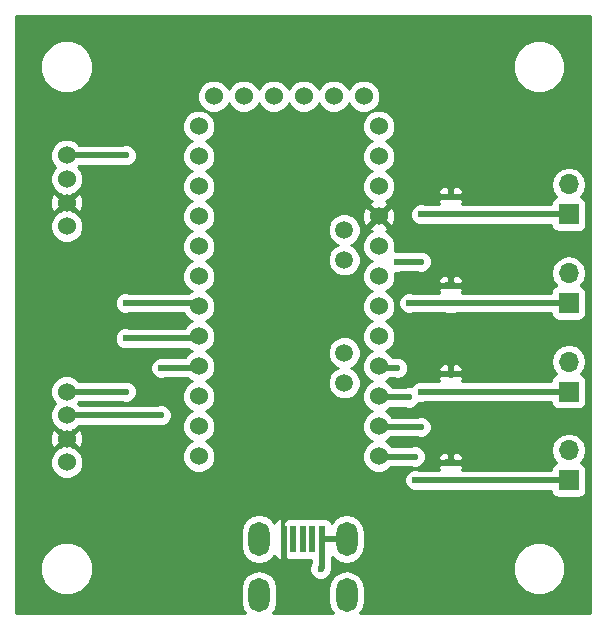
<source format=gtl>
G04 #@! TF.FileFunction,Copper,L1,Top,Signal*
%FSLAX46Y46*%
G04 Gerber Fmt 4.6, Leading zero omitted, Abs format (unit mm)*
G04 Created by KiCad (PCBNEW 4.0.7) date 12/17/17 19:04:04*
%MOMM*%
%LPD*%
G01*
G04 APERTURE LIST*
%ADD10C,0.100000*%
%ADD11C,1.524000*%
%ADD12R,1.700000X1.700000*%
%ADD13O,1.700000X1.700000*%
%ADD14R,0.900000X0.500000*%
%ADD15R,0.500000X2.300000*%
%ADD16O,1.800000X2.900000*%
%ADD17C,1.500000*%
%ADD18C,0.600000*%
%ADD19C,0.500000*%
%ADD20C,0.254000*%
G04 APERTURE END LIST*
D10*
D11*
X55000000Y-62500000D03*
X55000000Y-64500000D03*
X55000000Y-66500000D03*
X55000000Y-68500000D03*
X55000000Y-82500000D03*
X55000000Y-84500000D03*
X55000000Y-86500000D03*
X55000000Y-88500000D03*
D12*
X97500000Y-67500000D03*
D13*
X97500000Y-64960000D03*
D12*
X97500000Y-75000000D03*
D13*
X97500000Y-72460000D03*
D12*
X97500000Y-82500000D03*
D13*
X97500000Y-79960000D03*
D12*
X97500000Y-90000000D03*
D13*
X97500000Y-87460000D03*
D14*
X87500000Y-67500000D03*
X87500000Y-66000000D03*
X87500000Y-75000000D03*
X87500000Y-73500000D03*
X87500000Y-82500000D03*
X87500000Y-81000000D03*
X87500000Y-90000000D03*
X87500000Y-88500000D03*
D15*
X73400000Y-95000000D03*
X74200000Y-95000000D03*
X75000000Y-95000000D03*
X75800000Y-95000000D03*
X76600000Y-95000000D03*
D16*
X71300000Y-95000000D03*
X78700000Y-95000000D03*
X78700000Y-99750000D03*
X71300000Y-99750000D03*
D11*
X67460000Y-57500000D03*
X70000000Y-57500000D03*
X72540000Y-57500000D03*
X75080000Y-57500000D03*
X77620000Y-57500000D03*
X80160000Y-57500000D03*
X66190000Y-60040000D03*
X66190000Y-62580000D03*
X66190000Y-65120000D03*
X66190000Y-67660000D03*
X66190000Y-70200000D03*
X66190000Y-72740000D03*
X66190000Y-75280000D03*
X66190000Y-77820000D03*
X66190000Y-80360000D03*
X66190000Y-82900000D03*
X66190000Y-85440000D03*
X66190000Y-87980000D03*
X81430000Y-60040000D03*
X81430000Y-62580000D03*
X81430000Y-65120000D03*
X81430000Y-67660000D03*
X81430000Y-70200000D03*
X81430000Y-72740000D03*
X81430000Y-75280000D03*
X81430000Y-77820000D03*
X81430000Y-80360000D03*
X81430000Y-82900000D03*
X81430000Y-85440000D03*
X81430000Y-87980000D03*
D17*
X78509000Y-68803000D03*
X78509000Y-71343000D03*
X78509000Y-79217000D03*
X78509000Y-81757000D03*
D18*
X60000000Y-75000000D03*
X60000000Y-62500000D03*
X73500000Y-97500000D03*
X76500000Y-97500000D03*
X60000000Y-78000000D03*
X60000000Y-82500000D03*
X63000000Y-80500000D03*
X63000000Y-84500000D03*
X83000000Y-80500000D03*
X83000000Y-71500000D03*
X85000000Y-71500000D03*
X85000000Y-67500000D03*
X84000000Y-83000000D03*
X84000000Y-75000000D03*
X85000000Y-85500000D03*
X85000000Y-82500000D03*
X84500000Y-88000000D03*
X84500000Y-90000000D03*
D19*
X60000000Y-75000000D02*
X65910000Y-75000000D01*
X65910000Y-75000000D02*
X66190000Y-75280000D01*
X55000000Y-62500000D02*
X60000000Y-62500000D01*
X73400000Y-95000000D02*
X73400000Y-97400000D01*
X73400000Y-97400000D02*
X73500000Y-97500000D01*
X76600000Y-95000000D02*
X78700000Y-95000000D01*
X76600000Y-95000000D02*
X76600000Y-97400000D01*
X76600000Y-97400000D02*
X76500000Y-97500000D01*
X60000000Y-78000000D02*
X66010000Y-78000000D01*
X66010000Y-78000000D02*
X66190000Y-77820000D01*
X55000000Y-82500000D02*
X60000000Y-82500000D01*
X63000000Y-80500000D02*
X66050000Y-80500000D01*
X66050000Y-80500000D02*
X66190000Y-80360000D01*
X55000000Y-84500000D02*
X63000000Y-84500000D01*
X83000000Y-80500000D02*
X81570000Y-80500000D01*
X81570000Y-80500000D02*
X81430000Y-80360000D01*
X85000000Y-71500000D02*
X83000000Y-71500000D01*
X87500000Y-67500000D02*
X85000000Y-67500000D01*
X97500000Y-67500000D02*
X87500000Y-67500000D01*
X84000000Y-83000000D02*
X81530000Y-83000000D01*
X81530000Y-83000000D02*
X81430000Y-82900000D01*
X87500000Y-75000000D02*
X84000000Y-75000000D01*
X97500000Y-75000000D02*
X87500000Y-75000000D01*
X85000000Y-85500000D02*
X81490000Y-85500000D01*
X81490000Y-85500000D02*
X81430000Y-85440000D01*
X87500000Y-82500000D02*
X85000000Y-82500000D01*
X97500000Y-82500000D02*
X87500000Y-82500000D01*
X84500000Y-88000000D02*
X81450000Y-88000000D01*
X81450000Y-88000000D02*
X81430000Y-87980000D01*
X87500000Y-90000000D02*
X84500000Y-90000000D01*
X97500000Y-90000000D02*
X87500000Y-90000000D01*
D20*
G36*
X99290000Y-101290000D02*
X79876453Y-101290000D01*
X80118155Y-100928267D01*
X80235000Y-100340848D01*
X80235000Y-99159152D01*
X80118155Y-98571733D01*
X79785409Y-98073743D01*
X79589168Y-97942619D01*
X92764613Y-97942619D01*
X93104155Y-98764372D01*
X93732321Y-99393636D01*
X94553481Y-99734611D01*
X95442619Y-99735387D01*
X96264372Y-99395845D01*
X96893636Y-98767679D01*
X97234611Y-97946519D01*
X97235387Y-97057381D01*
X96895845Y-96235628D01*
X96267679Y-95606364D01*
X95446519Y-95265389D01*
X94557381Y-95264613D01*
X93735628Y-95604155D01*
X93106364Y-96232321D01*
X92765389Y-97053481D01*
X92764613Y-97942619D01*
X79589168Y-97942619D01*
X79287419Y-97740997D01*
X78700000Y-97624152D01*
X78112581Y-97740997D01*
X77614591Y-98073743D01*
X77281845Y-98571733D01*
X77165000Y-99159152D01*
X77165000Y-100340848D01*
X77281845Y-100928267D01*
X77523547Y-101290000D01*
X72476453Y-101290000D01*
X72718155Y-100928267D01*
X72835000Y-100340848D01*
X72835000Y-99159152D01*
X72718155Y-98571733D01*
X72385409Y-98073743D01*
X71887419Y-97740997D01*
X71300000Y-97624152D01*
X70712581Y-97740997D01*
X70214591Y-98073743D01*
X69881845Y-98571733D01*
X69765000Y-99159152D01*
X69765000Y-100340848D01*
X69881845Y-100928267D01*
X70123547Y-101290000D01*
X50710000Y-101290000D01*
X50710000Y-97942619D01*
X52764613Y-97942619D01*
X53104155Y-98764372D01*
X53732321Y-99393636D01*
X54553481Y-99734611D01*
X55442619Y-99735387D01*
X56264372Y-99395845D01*
X56893636Y-98767679D01*
X57234611Y-97946519D01*
X57235387Y-97057381D01*
X56895845Y-96235628D01*
X56267679Y-95606364D01*
X55446519Y-95265389D01*
X54557381Y-95264613D01*
X53735628Y-95604155D01*
X53106364Y-96232321D01*
X52765389Y-97053481D01*
X52764613Y-97942619D01*
X50710000Y-97942619D01*
X50710000Y-94409152D01*
X69765000Y-94409152D01*
X69765000Y-95590848D01*
X69881845Y-96178267D01*
X70214591Y-96676257D01*
X70712581Y-97009003D01*
X71300000Y-97125848D01*
X71887419Y-97009003D01*
X72385409Y-96676257D01*
X72567674Y-96403477D01*
X72611673Y-96509699D01*
X72790302Y-96688327D01*
X73023691Y-96785000D01*
X73116250Y-96785000D01*
X73275000Y-96626250D01*
X73275000Y-95127000D01*
X73253000Y-95127000D01*
X73253000Y-94873000D01*
X73275000Y-94873000D01*
X73275000Y-93850000D01*
X73302560Y-93850000D01*
X73302560Y-96150000D01*
X73346838Y-96385317D01*
X73485910Y-96601441D01*
X73530999Y-96632249D01*
X73683750Y-96785000D01*
X73776309Y-96785000D01*
X73813171Y-96769731D01*
X73950000Y-96797440D01*
X74450000Y-96797440D01*
X74605507Y-96768179D01*
X74750000Y-96797440D01*
X75250000Y-96797440D01*
X75405507Y-96768179D01*
X75550000Y-96797440D01*
X75715000Y-96797440D01*
X75715000Y-96962494D01*
X75707808Y-96969673D01*
X75565162Y-97313201D01*
X75564838Y-97685167D01*
X75706883Y-98028943D01*
X75969673Y-98292192D01*
X76313201Y-98434838D01*
X76685167Y-98435162D01*
X77028943Y-98293117D01*
X77292192Y-98030327D01*
X77406179Y-97755817D01*
X77417633Y-97738675D01*
X77421620Y-97718632D01*
X77434838Y-97686799D01*
X77434868Y-97652028D01*
X77485000Y-97400000D01*
X77485000Y-96482310D01*
X77614591Y-96676257D01*
X78112581Y-97009003D01*
X78700000Y-97125848D01*
X79287419Y-97009003D01*
X79785409Y-96676257D01*
X80118155Y-96178267D01*
X80235000Y-95590848D01*
X80235000Y-94409152D01*
X80118155Y-93821733D01*
X79785409Y-93323743D01*
X79287419Y-92990997D01*
X78700000Y-92874152D01*
X78112581Y-92990997D01*
X77614591Y-93323743D01*
X77436987Y-93589546D01*
X77314090Y-93398559D01*
X77101890Y-93253569D01*
X76850000Y-93202560D01*
X76350000Y-93202560D01*
X76194493Y-93231821D01*
X76050000Y-93202560D01*
X75550000Y-93202560D01*
X75394493Y-93231821D01*
X75250000Y-93202560D01*
X74750000Y-93202560D01*
X74594493Y-93231821D01*
X74450000Y-93202560D01*
X73950000Y-93202560D01*
X73809913Y-93228919D01*
X73776309Y-93215000D01*
X73683750Y-93215000D01*
X73538616Y-93360134D01*
X73498559Y-93385910D01*
X73353569Y-93598110D01*
X73302560Y-93850000D01*
X73275000Y-93850000D01*
X73275000Y-93373750D01*
X73116250Y-93215000D01*
X73023691Y-93215000D01*
X72790302Y-93311673D01*
X72611673Y-93490301D01*
X72567674Y-93596523D01*
X72385409Y-93323743D01*
X71887419Y-92990997D01*
X71300000Y-92874152D01*
X70712581Y-92990997D01*
X70214591Y-93323743D01*
X69881845Y-93821733D01*
X69765000Y-94409152D01*
X50710000Y-94409152D01*
X50710000Y-90185167D01*
X83564838Y-90185167D01*
X83706883Y-90528943D01*
X83969673Y-90792192D01*
X84313201Y-90934838D01*
X84685167Y-90935162D01*
X84806569Y-90885000D01*
X86988569Y-90885000D01*
X87050000Y-90897440D01*
X87950000Y-90897440D01*
X88016113Y-90885000D01*
X96009146Y-90885000D01*
X96046838Y-91085317D01*
X96185910Y-91301441D01*
X96398110Y-91446431D01*
X96650000Y-91497440D01*
X98350000Y-91497440D01*
X98585317Y-91453162D01*
X98801441Y-91314090D01*
X98946431Y-91101890D01*
X98997440Y-90850000D01*
X98997440Y-89150000D01*
X98953162Y-88914683D01*
X98814090Y-88698559D01*
X98601890Y-88553569D01*
X98534459Y-88539914D01*
X98579147Y-88510054D01*
X98901054Y-88028285D01*
X99014093Y-87460000D01*
X98901054Y-86891715D01*
X98579147Y-86409946D01*
X98097378Y-86088039D01*
X97529093Y-85975000D01*
X97470907Y-85975000D01*
X96902622Y-86088039D01*
X96420853Y-86409946D01*
X96098946Y-86891715D01*
X95985907Y-87460000D01*
X96098946Y-88028285D01*
X96420853Y-88510054D01*
X96462452Y-88537850D01*
X96414683Y-88546838D01*
X96198559Y-88685910D01*
X96053569Y-88898110D01*
X96009648Y-89115000D01*
X88483025Y-89115000D01*
X88488327Y-89109698D01*
X88585000Y-88876309D01*
X88585000Y-88783750D01*
X88426250Y-88625000D01*
X87627000Y-88625000D01*
X87627000Y-88647000D01*
X87373000Y-88647000D01*
X87373000Y-88625000D01*
X86573750Y-88625000D01*
X86415000Y-88783750D01*
X86415000Y-88876309D01*
X86511673Y-89109698D01*
X86516975Y-89115000D01*
X84806822Y-89115000D01*
X84686799Y-89065162D01*
X84314833Y-89064838D01*
X83971057Y-89206883D01*
X83707808Y-89469673D01*
X83565162Y-89813201D01*
X83564838Y-90185167D01*
X50710000Y-90185167D01*
X50710000Y-88776661D01*
X53602758Y-88776661D01*
X53814990Y-89290303D01*
X54207630Y-89683629D01*
X54720900Y-89896757D01*
X55276661Y-89897242D01*
X55790303Y-89685010D01*
X56183629Y-89292370D01*
X56396757Y-88779100D01*
X56397242Y-88223339D01*
X56185010Y-87709697D01*
X55792370Y-87316371D01*
X55526273Y-87205878D01*
X55000000Y-86679605D01*
X54473698Y-87205907D01*
X54209697Y-87314990D01*
X53816371Y-87707630D01*
X53603243Y-88220900D01*
X53602758Y-88776661D01*
X50710000Y-88776661D01*
X50710000Y-86292302D01*
X53590856Y-86292302D01*
X53618638Y-86847368D01*
X53777603Y-87231143D01*
X54019787Y-87300608D01*
X54820395Y-86500000D01*
X55179605Y-86500000D01*
X55980213Y-87300608D01*
X56222397Y-87231143D01*
X56409144Y-86707698D01*
X56381362Y-86152632D01*
X56222397Y-85768857D01*
X55980213Y-85699392D01*
X55179605Y-86500000D01*
X54820395Y-86500000D01*
X54019787Y-85699392D01*
X53777603Y-85768857D01*
X53590856Y-86292302D01*
X50710000Y-86292302D01*
X50710000Y-82776661D01*
X53602758Y-82776661D01*
X53814990Y-83290303D01*
X54024342Y-83500021D01*
X53816371Y-83707630D01*
X53603243Y-84220900D01*
X53602758Y-84776661D01*
X53814990Y-85290303D01*
X54207630Y-85683629D01*
X54473727Y-85794122D01*
X55000000Y-86320395D01*
X55526302Y-85794093D01*
X55790303Y-85685010D01*
X56090837Y-85385000D01*
X62693178Y-85385000D01*
X62813201Y-85434838D01*
X63185167Y-85435162D01*
X63528943Y-85293117D01*
X63792192Y-85030327D01*
X63934838Y-84686799D01*
X63935162Y-84314833D01*
X63793117Y-83971057D01*
X63530327Y-83707808D01*
X63186799Y-83565162D01*
X62814833Y-83564838D01*
X62693431Y-83615000D01*
X56090478Y-83615000D01*
X55975658Y-83499979D01*
X56090837Y-83385000D01*
X59693178Y-83385000D01*
X59813201Y-83434838D01*
X60185167Y-83435162D01*
X60528943Y-83293117D01*
X60792192Y-83030327D01*
X60934838Y-82686799D01*
X60935162Y-82314833D01*
X60793117Y-81971057D01*
X60530327Y-81707808D01*
X60186799Y-81565162D01*
X59814833Y-81564838D01*
X59693431Y-81615000D01*
X56090478Y-81615000D01*
X55792370Y-81316371D01*
X55279100Y-81103243D01*
X54723339Y-81102758D01*
X54209697Y-81314990D01*
X53816371Y-81707630D01*
X53603243Y-82220900D01*
X53602758Y-82776661D01*
X50710000Y-82776661D01*
X50710000Y-75185167D01*
X59064838Y-75185167D01*
X59206883Y-75528943D01*
X59469673Y-75792192D01*
X59813201Y-75934838D01*
X60185167Y-75935162D01*
X60306569Y-75885000D01*
X64928425Y-75885000D01*
X65004990Y-76070303D01*
X65397630Y-76463629D01*
X65605512Y-76549949D01*
X65399697Y-76634990D01*
X65006371Y-77027630D01*
X64970092Y-77115000D01*
X60306822Y-77115000D01*
X60186799Y-77065162D01*
X59814833Y-77064838D01*
X59471057Y-77206883D01*
X59207808Y-77469673D01*
X59065162Y-77813201D01*
X59064838Y-78185167D01*
X59206883Y-78528943D01*
X59469673Y-78792192D01*
X59813201Y-78934838D01*
X60185167Y-78935162D01*
X60306569Y-78885000D01*
X65279208Y-78885000D01*
X65397630Y-79003629D01*
X65605512Y-79089949D01*
X65399697Y-79174990D01*
X65006371Y-79567630D01*
X64986701Y-79615000D01*
X63306822Y-79615000D01*
X63186799Y-79565162D01*
X62814833Y-79564838D01*
X62471057Y-79706883D01*
X62207808Y-79969673D01*
X62065162Y-80313201D01*
X62064838Y-80685167D01*
X62206883Y-81028943D01*
X62469673Y-81292192D01*
X62813201Y-81434838D01*
X63185167Y-81435162D01*
X63306569Y-81385000D01*
X65239278Y-81385000D01*
X65397630Y-81543629D01*
X65605512Y-81629949D01*
X65399697Y-81714990D01*
X65006371Y-82107630D01*
X64793243Y-82620900D01*
X64792758Y-83176661D01*
X65004990Y-83690303D01*
X65397630Y-84083629D01*
X65605512Y-84169949D01*
X65399697Y-84254990D01*
X65006371Y-84647630D01*
X64793243Y-85160900D01*
X64792758Y-85716661D01*
X65004990Y-86230303D01*
X65397630Y-86623629D01*
X65605512Y-86709949D01*
X65399697Y-86794990D01*
X65006371Y-87187630D01*
X64793243Y-87700900D01*
X64792758Y-88256661D01*
X65004990Y-88770303D01*
X65397630Y-89163629D01*
X65910900Y-89376757D01*
X66466661Y-89377242D01*
X66980303Y-89165010D01*
X67373629Y-88772370D01*
X67586757Y-88259100D01*
X67587242Y-87703339D01*
X67375010Y-87189697D01*
X66982370Y-86796371D01*
X66774488Y-86710051D01*
X66980303Y-86625010D01*
X67373629Y-86232370D01*
X67586757Y-85719100D01*
X67587242Y-85163339D01*
X67375010Y-84649697D01*
X66982370Y-84256371D01*
X66774488Y-84170051D01*
X66980303Y-84085010D01*
X67373629Y-83692370D01*
X67586757Y-83179100D01*
X67587242Y-82623339D01*
X67375010Y-82109697D01*
X66982370Y-81716371D01*
X66774488Y-81630051D01*
X66980303Y-81545010D01*
X67373629Y-81152370D01*
X67586757Y-80639100D01*
X67587242Y-80083339D01*
X67375010Y-79569697D01*
X67296735Y-79491285D01*
X77123760Y-79491285D01*
X77334169Y-80000515D01*
X77723436Y-80390461D01*
X77955870Y-80486976D01*
X77725485Y-80582169D01*
X77335539Y-80971436D01*
X77124241Y-81480298D01*
X77123760Y-82031285D01*
X77334169Y-82540515D01*
X77723436Y-82930461D01*
X78232298Y-83141759D01*
X78783285Y-83142240D01*
X79292515Y-82931831D01*
X79682461Y-82542564D01*
X79893759Y-82033702D01*
X79894240Y-81482715D01*
X79683831Y-80973485D01*
X79294564Y-80583539D01*
X79062130Y-80487024D01*
X79292515Y-80391831D01*
X79682461Y-80002564D01*
X79893759Y-79493702D01*
X79894240Y-78942715D01*
X79683831Y-78433485D01*
X79294564Y-78043539D01*
X78785702Y-77832241D01*
X78234715Y-77831760D01*
X77725485Y-78042169D01*
X77335539Y-78431436D01*
X77124241Y-78940298D01*
X77123760Y-79491285D01*
X67296735Y-79491285D01*
X66982370Y-79176371D01*
X66774488Y-79090051D01*
X66980303Y-79005010D01*
X67373629Y-78612370D01*
X67586757Y-78099100D01*
X67587242Y-77543339D01*
X67375010Y-77029697D01*
X66982370Y-76636371D01*
X66774488Y-76550051D01*
X66980303Y-76465010D01*
X67373629Y-76072370D01*
X67586757Y-75559100D01*
X67587242Y-75003339D01*
X67375010Y-74489697D01*
X66982370Y-74096371D01*
X66774488Y-74010051D01*
X66980303Y-73925010D01*
X67373629Y-73532370D01*
X67586757Y-73019100D01*
X67587242Y-72463339D01*
X67375010Y-71949697D01*
X66982370Y-71556371D01*
X66774488Y-71470051D01*
X66980303Y-71385010D01*
X67373629Y-70992370D01*
X67586757Y-70479100D01*
X67587242Y-69923339D01*
X67375010Y-69409697D01*
X67043178Y-69077285D01*
X77123760Y-69077285D01*
X77334169Y-69586515D01*
X77723436Y-69976461D01*
X77955870Y-70072976D01*
X77725485Y-70168169D01*
X77335539Y-70557436D01*
X77124241Y-71066298D01*
X77123760Y-71617285D01*
X77334169Y-72126515D01*
X77723436Y-72516461D01*
X78232298Y-72727759D01*
X78783285Y-72728240D01*
X79292515Y-72517831D01*
X79682461Y-72128564D01*
X79893759Y-71619702D01*
X79894240Y-71068715D01*
X79683831Y-70559485D01*
X79601152Y-70476661D01*
X80032758Y-70476661D01*
X80244990Y-70990303D01*
X80637630Y-71383629D01*
X80845512Y-71469949D01*
X80639697Y-71554990D01*
X80246371Y-71947630D01*
X80033243Y-72460900D01*
X80032758Y-73016661D01*
X80244990Y-73530303D01*
X80637630Y-73923629D01*
X80845512Y-74009949D01*
X80639697Y-74094990D01*
X80246371Y-74487630D01*
X80033243Y-75000900D01*
X80032758Y-75556661D01*
X80244990Y-76070303D01*
X80637630Y-76463629D01*
X80845512Y-76549949D01*
X80639697Y-76634990D01*
X80246371Y-77027630D01*
X80033243Y-77540900D01*
X80032758Y-78096661D01*
X80244990Y-78610303D01*
X80637630Y-79003629D01*
X80845512Y-79089949D01*
X80639697Y-79174990D01*
X80246371Y-79567630D01*
X80033243Y-80080900D01*
X80032758Y-80636661D01*
X80244990Y-81150303D01*
X80637630Y-81543629D01*
X80845512Y-81629949D01*
X80639697Y-81714990D01*
X80246371Y-82107630D01*
X80033243Y-82620900D01*
X80032758Y-83176661D01*
X80244990Y-83690303D01*
X80637630Y-84083629D01*
X80845512Y-84169949D01*
X80639697Y-84254990D01*
X80246371Y-84647630D01*
X80033243Y-85160900D01*
X80032758Y-85716661D01*
X80244990Y-86230303D01*
X80637630Y-86623629D01*
X80845512Y-86709949D01*
X80639697Y-86794990D01*
X80246371Y-87187630D01*
X80033243Y-87700900D01*
X80032758Y-88256661D01*
X80244990Y-88770303D01*
X80637630Y-89163629D01*
X81150900Y-89376757D01*
X81706661Y-89377242D01*
X82220303Y-89165010D01*
X82500802Y-88885000D01*
X84193178Y-88885000D01*
X84313201Y-88934838D01*
X84685167Y-88935162D01*
X85028943Y-88793117D01*
X85292192Y-88530327D01*
X85434838Y-88186799D01*
X85434892Y-88123691D01*
X86415000Y-88123691D01*
X86415000Y-88216250D01*
X86573750Y-88375000D01*
X87373000Y-88375000D01*
X87373000Y-87773750D01*
X87627000Y-87773750D01*
X87627000Y-88375000D01*
X88426250Y-88375000D01*
X88585000Y-88216250D01*
X88585000Y-88123691D01*
X88488327Y-87890302D01*
X88309699Y-87711673D01*
X88076310Y-87615000D01*
X87785750Y-87615000D01*
X87627000Y-87773750D01*
X87373000Y-87773750D01*
X87214250Y-87615000D01*
X86923690Y-87615000D01*
X86690301Y-87711673D01*
X86511673Y-87890302D01*
X86415000Y-88123691D01*
X85434892Y-88123691D01*
X85435162Y-87814833D01*
X85293117Y-87471057D01*
X85030327Y-87207808D01*
X84686799Y-87065162D01*
X84314833Y-87064838D01*
X84193431Y-87115000D01*
X82540443Y-87115000D01*
X82222370Y-86796371D01*
X82014488Y-86710051D01*
X82220303Y-86625010D01*
X82460732Y-86385000D01*
X84693178Y-86385000D01*
X84813201Y-86434838D01*
X85185167Y-86435162D01*
X85528943Y-86293117D01*
X85792192Y-86030327D01*
X85934838Y-85686799D01*
X85935162Y-85314833D01*
X85793117Y-84971057D01*
X85530327Y-84707808D01*
X85186799Y-84565162D01*
X84814833Y-84564838D01*
X84693431Y-84615000D01*
X82580374Y-84615000D01*
X82222370Y-84256371D01*
X82014488Y-84170051D01*
X82220303Y-84085010D01*
X82420662Y-83885000D01*
X83693178Y-83885000D01*
X83813201Y-83934838D01*
X84185167Y-83935162D01*
X84528943Y-83793117D01*
X84792192Y-83530327D01*
X84831836Y-83434854D01*
X85185167Y-83435162D01*
X85306569Y-83385000D01*
X86988569Y-83385000D01*
X87050000Y-83397440D01*
X87950000Y-83397440D01*
X88016113Y-83385000D01*
X96009146Y-83385000D01*
X96046838Y-83585317D01*
X96185910Y-83801441D01*
X96398110Y-83946431D01*
X96650000Y-83997440D01*
X98350000Y-83997440D01*
X98585317Y-83953162D01*
X98801441Y-83814090D01*
X98946431Y-83601890D01*
X98997440Y-83350000D01*
X98997440Y-81650000D01*
X98953162Y-81414683D01*
X98814090Y-81198559D01*
X98601890Y-81053569D01*
X98534459Y-81039914D01*
X98579147Y-81010054D01*
X98901054Y-80528285D01*
X99014093Y-79960000D01*
X98901054Y-79391715D01*
X98579147Y-78909946D01*
X98097378Y-78588039D01*
X97529093Y-78475000D01*
X97470907Y-78475000D01*
X96902622Y-78588039D01*
X96420853Y-78909946D01*
X96098946Y-79391715D01*
X95985907Y-79960000D01*
X96098946Y-80528285D01*
X96420853Y-81010054D01*
X96462452Y-81037850D01*
X96414683Y-81046838D01*
X96198559Y-81185910D01*
X96053569Y-81398110D01*
X96009648Y-81615000D01*
X88483025Y-81615000D01*
X88488327Y-81609698D01*
X88585000Y-81376309D01*
X88585000Y-81283750D01*
X88426250Y-81125000D01*
X87627000Y-81125000D01*
X87627000Y-81147000D01*
X87373000Y-81147000D01*
X87373000Y-81125000D01*
X86573750Y-81125000D01*
X86415000Y-81283750D01*
X86415000Y-81376309D01*
X86511673Y-81609698D01*
X86516975Y-81615000D01*
X85306822Y-81615000D01*
X85186799Y-81565162D01*
X84814833Y-81564838D01*
X84471057Y-81706883D01*
X84207808Y-81969673D01*
X84168164Y-82065146D01*
X83814833Y-82064838D01*
X83693431Y-82115000D01*
X82617201Y-82115000D01*
X82615010Y-82109697D01*
X82222370Y-81716371D01*
X82014488Y-81630051D01*
X82220303Y-81545010D01*
X82380593Y-81385000D01*
X82693178Y-81385000D01*
X82813201Y-81434838D01*
X83185167Y-81435162D01*
X83528943Y-81293117D01*
X83792192Y-81030327D01*
X83934838Y-80686799D01*
X83934892Y-80623691D01*
X86415000Y-80623691D01*
X86415000Y-80716250D01*
X86573750Y-80875000D01*
X87373000Y-80875000D01*
X87373000Y-80273750D01*
X87627000Y-80273750D01*
X87627000Y-80875000D01*
X88426250Y-80875000D01*
X88585000Y-80716250D01*
X88585000Y-80623691D01*
X88488327Y-80390302D01*
X88309699Y-80211673D01*
X88076310Y-80115000D01*
X87785750Y-80115000D01*
X87627000Y-80273750D01*
X87373000Y-80273750D01*
X87214250Y-80115000D01*
X86923690Y-80115000D01*
X86690301Y-80211673D01*
X86511673Y-80390302D01*
X86415000Y-80623691D01*
X83934892Y-80623691D01*
X83935162Y-80314833D01*
X83793117Y-79971057D01*
X83530327Y-79707808D01*
X83186799Y-79565162D01*
X82814833Y-79564838D01*
X82693431Y-79615000D01*
X82633729Y-79615000D01*
X82615010Y-79569697D01*
X82222370Y-79176371D01*
X82014488Y-79090051D01*
X82220303Y-79005010D01*
X82613629Y-78612370D01*
X82826757Y-78099100D01*
X82827242Y-77543339D01*
X82615010Y-77029697D01*
X82222370Y-76636371D01*
X82014488Y-76550051D01*
X82220303Y-76465010D01*
X82613629Y-76072370D01*
X82826757Y-75559100D01*
X82827083Y-75185167D01*
X83064838Y-75185167D01*
X83206883Y-75528943D01*
X83469673Y-75792192D01*
X83813201Y-75934838D01*
X84185167Y-75935162D01*
X84306569Y-75885000D01*
X86988569Y-75885000D01*
X87050000Y-75897440D01*
X87950000Y-75897440D01*
X88016113Y-75885000D01*
X96009146Y-75885000D01*
X96046838Y-76085317D01*
X96185910Y-76301441D01*
X96398110Y-76446431D01*
X96650000Y-76497440D01*
X98350000Y-76497440D01*
X98585317Y-76453162D01*
X98801441Y-76314090D01*
X98946431Y-76101890D01*
X98997440Y-75850000D01*
X98997440Y-74150000D01*
X98953162Y-73914683D01*
X98814090Y-73698559D01*
X98601890Y-73553569D01*
X98534459Y-73539914D01*
X98579147Y-73510054D01*
X98901054Y-73028285D01*
X99014093Y-72460000D01*
X98901054Y-71891715D01*
X98579147Y-71409946D01*
X98097378Y-71088039D01*
X97529093Y-70975000D01*
X97470907Y-70975000D01*
X96902622Y-71088039D01*
X96420853Y-71409946D01*
X96098946Y-71891715D01*
X95985907Y-72460000D01*
X96098946Y-73028285D01*
X96420853Y-73510054D01*
X96462452Y-73537850D01*
X96414683Y-73546838D01*
X96198559Y-73685910D01*
X96053569Y-73898110D01*
X96009648Y-74115000D01*
X88483025Y-74115000D01*
X88488327Y-74109698D01*
X88585000Y-73876309D01*
X88585000Y-73783750D01*
X88426250Y-73625000D01*
X87627000Y-73625000D01*
X87627000Y-73647000D01*
X87373000Y-73647000D01*
X87373000Y-73625000D01*
X86573750Y-73625000D01*
X86415000Y-73783750D01*
X86415000Y-73876309D01*
X86511673Y-74109698D01*
X86516975Y-74115000D01*
X84306822Y-74115000D01*
X84186799Y-74065162D01*
X83814833Y-74064838D01*
X83471057Y-74206883D01*
X83207808Y-74469673D01*
X83065162Y-74813201D01*
X83064838Y-75185167D01*
X82827083Y-75185167D01*
X82827242Y-75003339D01*
X82615010Y-74489697D01*
X82222370Y-74096371D01*
X82014488Y-74010051D01*
X82220303Y-73925010D01*
X82613629Y-73532370D01*
X82783327Y-73123691D01*
X86415000Y-73123691D01*
X86415000Y-73216250D01*
X86573750Y-73375000D01*
X87373000Y-73375000D01*
X87373000Y-72773750D01*
X87627000Y-72773750D01*
X87627000Y-73375000D01*
X88426250Y-73375000D01*
X88585000Y-73216250D01*
X88585000Y-73123691D01*
X88488327Y-72890302D01*
X88309699Y-72711673D01*
X88076310Y-72615000D01*
X87785750Y-72615000D01*
X87627000Y-72773750D01*
X87373000Y-72773750D01*
X87214250Y-72615000D01*
X86923690Y-72615000D01*
X86690301Y-72711673D01*
X86511673Y-72890302D01*
X86415000Y-73123691D01*
X82783327Y-73123691D01*
X82826757Y-73019100D01*
X82827242Y-72463339D01*
X82815466Y-72434840D01*
X83185167Y-72435162D01*
X83306569Y-72385000D01*
X84693178Y-72385000D01*
X84813201Y-72434838D01*
X85185167Y-72435162D01*
X85528943Y-72293117D01*
X85792192Y-72030327D01*
X85934838Y-71686799D01*
X85935162Y-71314833D01*
X85793117Y-70971057D01*
X85530327Y-70707808D01*
X85186799Y-70565162D01*
X84814833Y-70564838D01*
X84693431Y-70615000D01*
X83306822Y-70615000D01*
X83186799Y-70565162D01*
X82814833Y-70564838D01*
X82786252Y-70576647D01*
X82826757Y-70479100D01*
X82827242Y-69923339D01*
X82615010Y-69409697D01*
X82222370Y-69016371D01*
X82030273Y-68936605D01*
X82161143Y-68882397D01*
X82230608Y-68640213D01*
X81430000Y-67839605D01*
X80629392Y-68640213D01*
X80698857Y-68882397D01*
X80839318Y-68932509D01*
X80639697Y-69014990D01*
X80246371Y-69407630D01*
X80033243Y-69920900D01*
X80032758Y-70476661D01*
X79601152Y-70476661D01*
X79294564Y-70169539D01*
X79062130Y-70073024D01*
X79292515Y-69977831D01*
X79682461Y-69588564D01*
X79893759Y-69079702D01*
X79894240Y-68528715D01*
X79683831Y-68019485D01*
X79294564Y-67629539D01*
X78867730Y-67452302D01*
X80020856Y-67452302D01*
X80048638Y-68007368D01*
X80207603Y-68391143D01*
X80449787Y-68460608D01*
X81250395Y-67660000D01*
X81609605Y-67660000D01*
X82410213Y-68460608D01*
X82652397Y-68391143D01*
X82839144Y-67867698D01*
X82830009Y-67685167D01*
X84064838Y-67685167D01*
X84206883Y-68028943D01*
X84469673Y-68292192D01*
X84813201Y-68434838D01*
X85185167Y-68435162D01*
X85306569Y-68385000D01*
X86988569Y-68385000D01*
X87050000Y-68397440D01*
X87950000Y-68397440D01*
X88016113Y-68385000D01*
X96009146Y-68385000D01*
X96046838Y-68585317D01*
X96185910Y-68801441D01*
X96398110Y-68946431D01*
X96650000Y-68997440D01*
X98350000Y-68997440D01*
X98585317Y-68953162D01*
X98801441Y-68814090D01*
X98946431Y-68601890D01*
X98997440Y-68350000D01*
X98997440Y-66650000D01*
X98953162Y-66414683D01*
X98814090Y-66198559D01*
X98601890Y-66053569D01*
X98534459Y-66039914D01*
X98579147Y-66010054D01*
X98901054Y-65528285D01*
X99014093Y-64960000D01*
X98901054Y-64391715D01*
X98579147Y-63909946D01*
X98097378Y-63588039D01*
X97529093Y-63475000D01*
X97470907Y-63475000D01*
X96902622Y-63588039D01*
X96420853Y-63909946D01*
X96098946Y-64391715D01*
X95985907Y-64960000D01*
X96098946Y-65528285D01*
X96420853Y-66010054D01*
X96462452Y-66037850D01*
X96414683Y-66046838D01*
X96198559Y-66185910D01*
X96053569Y-66398110D01*
X96009648Y-66615000D01*
X88483025Y-66615000D01*
X88488327Y-66609698D01*
X88585000Y-66376309D01*
X88585000Y-66283750D01*
X88426250Y-66125000D01*
X87627000Y-66125000D01*
X87627000Y-66147000D01*
X87373000Y-66147000D01*
X87373000Y-66125000D01*
X86573750Y-66125000D01*
X86415000Y-66283750D01*
X86415000Y-66376309D01*
X86511673Y-66609698D01*
X86516975Y-66615000D01*
X85306822Y-66615000D01*
X85186799Y-66565162D01*
X84814833Y-66564838D01*
X84471057Y-66706883D01*
X84207808Y-66969673D01*
X84065162Y-67313201D01*
X84064838Y-67685167D01*
X82830009Y-67685167D01*
X82811362Y-67312632D01*
X82652397Y-66928857D01*
X82410213Y-66859392D01*
X81609605Y-67660000D01*
X81250395Y-67660000D01*
X80449787Y-66859392D01*
X80207603Y-66928857D01*
X80020856Y-67452302D01*
X78867730Y-67452302D01*
X78785702Y-67418241D01*
X78234715Y-67417760D01*
X77725485Y-67628169D01*
X77335539Y-68017436D01*
X77124241Y-68526298D01*
X77123760Y-69077285D01*
X67043178Y-69077285D01*
X66982370Y-69016371D01*
X66774488Y-68930051D01*
X66980303Y-68845010D01*
X67373629Y-68452370D01*
X67586757Y-67939100D01*
X67587242Y-67383339D01*
X67375010Y-66869697D01*
X66982370Y-66476371D01*
X66774488Y-66390051D01*
X66980303Y-66305010D01*
X67373629Y-65912370D01*
X67586757Y-65399100D01*
X67587242Y-64843339D01*
X67375010Y-64329697D01*
X66982370Y-63936371D01*
X66774488Y-63850051D01*
X66980303Y-63765010D01*
X67373629Y-63372370D01*
X67586757Y-62859100D01*
X67587242Y-62303339D01*
X67375010Y-61789697D01*
X66982370Y-61396371D01*
X66774488Y-61310051D01*
X66980303Y-61225010D01*
X67373629Y-60832370D01*
X67586757Y-60319100D01*
X67586759Y-60316661D01*
X80032758Y-60316661D01*
X80244990Y-60830303D01*
X80637630Y-61223629D01*
X80845512Y-61309949D01*
X80639697Y-61394990D01*
X80246371Y-61787630D01*
X80033243Y-62300900D01*
X80032758Y-62856661D01*
X80244990Y-63370303D01*
X80637630Y-63763629D01*
X80845512Y-63849949D01*
X80639697Y-63934990D01*
X80246371Y-64327630D01*
X80033243Y-64840900D01*
X80032758Y-65396661D01*
X80244990Y-65910303D01*
X80637630Y-66303629D01*
X80829727Y-66383395D01*
X80698857Y-66437603D01*
X80629392Y-66679787D01*
X81430000Y-67480395D01*
X82230608Y-66679787D01*
X82161143Y-66437603D01*
X82020682Y-66387491D01*
X82220303Y-66305010D01*
X82613629Y-65912370D01*
X82733498Y-65623691D01*
X86415000Y-65623691D01*
X86415000Y-65716250D01*
X86573750Y-65875000D01*
X87373000Y-65875000D01*
X87373000Y-65273750D01*
X87627000Y-65273750D01*
X87627000Y-65875000D01*
X88426250Y-65875000D01*
X88585000Y-65716250D01*
X88585000Y-65623691D01*
X88488327Y-65390302D01*
X88309699Y-65211673D01*
X88076310Y-65115000D01*
X87785750Y-65115000D01*
X87627000Y-65273750D01*
X87373000Y-65273750D01*
X87214250Y-65115000D01*
X86923690Y-65115000D01*
X86690301Y-65211673D01*
X86511673Y-65390302D01*
X86415000Y-65623691D01*
X82733498Y-65623691D01*
X82826757Y-65399100D01*
X82827242Y-64843339D01*
X82615010Y-64329697D01*
X82222370Y-63936371D01*
X82014488Y-63850051D01*
X82220303Y-63765010D01*
X82613629Y-63372370D01*
X82826757Y-62859100D01*
X82827242Y-62303339D01*
X82615010Y-61789697D01*
X82222370Y-61396371D01*
X82014488Y-61310051D01*
X82220303Y-61225010D01*
X82613629Y-60832370D01*
X82826757Y-60319100D01*
X82827242Y-59763339D01*
X82615010Y-59249697D01*
X82222370Y-58856371D01*
X81709100Y-58643243D01*
X81153339Y-58642758D01*
X80639697Y-58854990D01*
X80246371Y-59247630D01*
X80033243Y-59760900D01*
X80032758Y-60316661D01*
X67586759Y-60316661D01*
X67587242Y-59763339D01*
X67375010Y-59249697D01*
X66982370Y-58856371D01*
X66469100Y-58643243D01*
X65913339Y-58642758D01*
X65399697Y-58854990D01*
X65006371Y-59247630D01*
X64793243Y-59760900D01*
X64792758Y-60316661D01*
X65004990Y-60830303D01*
X65397630Y-61223629D01*
X65605512Y-61309949D01*
X65399697Y-61394990D01*
X65006371Y-61787630D01*
X64793243Y-62300900D01*
X64792758Y-62856661D01*
X65004990Y-63370303D01*
X65397630Y-63763629D01*
X65605512Y-63849949D01*
X65399697Y-63934990D01*
X65006371Y-64327630D01*
X64793243Y-64840900D01*
X64792758Y-65396661D01*
X65004990Y-65910303D01*
X65397630Y-66303629D01*
X65605512Y-66389949D01*
X65399697Y-66474990D01*
X65006371Y-66867630D01*
X64793243Y-67380900D01*
X64792758Y-67936661D01*
X65004990Y-68450303D01*
X65397630Y-68843629D01*
X65605512Y-68929949D01*
X65399697Y-69014990D01*
X65006371Y-69407630D01*
X64793243Y-69920900D01*
X64792758Y-70476661D01*
X65004990Y-70990303D01*
X65397630Y-71383629D01*
X65605512Y-71469949D01*
X65399697Y-71554990D01*
X65006371Y-71947630D01*
X64793243Y-72460900D01*
X64792758Y-73016661D01*
X65004990Y-73530303D01*
X65397630Y-73923629D01*
X65605512Y-74009949D01*
X65399697Y-74094990D01*
X65379652Y-74115000D01*
X60306822Y-74115000D01*
X60186799Y-74065162D01*
X59814833Y-74064838D01*
X59471057Y-74206883D01*
X59207808Y-74469673D01*
X59065162Y-74813201D01*
X59064838Y-75185167D01*
X50710000Y-75185167D01*
X50710000Y-68776661D01*
X53602758Y-68776661D01*
X53814990Y-69290303D01*
X54207630Y-69683629D01*
X54720900Y-69896757D01*
X55276661Y-69897242D01*
X55790303Y-69685010D01*
X56183629Y-69292370D01*
X56396757Y-68779100D01*
X56397242Y-68223339D01*
X56185010Y-67709697D01*
X55792370Y-67316371D01*
X55526273Y-67205878D01*
X55000000Y-66679605D01*
X54473698Y-67205907D01*
X54209697Y-67314990D01*
X53816371Y-67707630D01*
X53603243Y-68220900D01*
X53602758Y-68776661D01*
X50710000Y-68776661D01*
X50710000Y-66292302D01*
X53590856Y-66292302D01*
X53618638Y-66847368D01*
X53777603Y-67231143D01*
X54019787Y-67300608D01*
X54820395Y-66500000D01*
X55179605Y-66500000D01*
X55980213Y-67300608D01*
X56222397Y-67231143D01*
X56409144Y-66707698D01*
X56381362Y-66152632D01*
X56222397Y-65768857D01*
X55980213Y-65699392D01*
X55179605Y-66500000D01*
X54820395Y-66500000D01*
X54019787Y-65699392D01*
X53777603Y-65768857D01*
X53590856Y-66292302D01*
X50710000Y-66292302D01*
X50710000Y-62776661D01*
X53602758Y-62776661D01*
X53814990Y-63290303D01*
X54024342Y-63500021D01*
X53816371Y-63707630D01*
X53603243Y-64220900D01*
X53602758Y-64776661D01*
X53814990Y-65290303D01*
X54207630Y-65683629D01*
X54473727Y-65794122D01*
X55000000Y-66320395D01*
X55526302Y-65794093D01*
X55790303Y-65685010D01*
X56183629Y-65292370D01*
X56396757Y-64779100D01*
X56397242Y-64223339D01*
X56185010Y-63709697D01*
X55975658Y-63499979D01*
X56090837Y-63385000D01*
X59693178Y-63385000D01*
X59813201Y-63434838D01*
X60185167Y-63435162D01*
X60528943Y-63293117D01*
X60792192Y-63030327D01*
X60934838Y-62686799D01*
X60935162Y-62314833D01*
X60793117Y-61971057D01*
X60530327Y-61707808D01*
X60186799Y-61565162D01*
X59814833Y-61564838D01*
X59693431Y-61615000D01*
X56090478Y-61615000D01*
X55792370Y-61316371D01*
X55279100Y-61103243D01*
X54723339Y-61102758D01*
X54209697Y-61314990D01*
X53816371Y-61707630D01*
X53603243Y-62220900D01*
X53602758Y-62776661D01*
X50710000Y-62776661D01*
X50710000Y-57776661D01*
X66062758Y-57776661D01*
X66274990Y-58290303D01*
X66667630Y-58683629D01*
X67180900Y-58896757D01*
X67736661Y-58897242D01*
X68250303Y-58685010D01*
X68643629Y-58292370D01*
X68729949Y-58084488D01*
X68814990Y-58290303D01*
X69207630Y-58683629D01*
X69720900Y-58896757D01*
X70276661Y-58897242D01*
X70790303Y-58685010D01*
X71183629Y-58292370D01*
X71269949Y-58084488D01*
X71354990Y-58290303D01*
X71747630Y-58683629D01*
X72260900Y-58896757D01*
X72816661Y-58897242D01*
X73330303Y-58685010D01*
X73723629Y-58292370D01*
X73809949Y-58084488D01*
X73894990Y-58290303D01*
X74287630Y-58683629D01*
X74800900Y-58896757D01*
X75356661Y-58897242D01*
X75870303Y-58685010D01*
X76263629Y-58292370D01*
X76349949Y-58084488D01*
X76434990Y-58290303D01*
X76827630Y-58683629D01*
X77340900Y-58896757D01*
X77896661Y-58897242D01*
X78410303Y-58685010D01*
X78803629Y-58292370D01*
X78889949Y-58084488D01*
X78974990Y-58290303D01*
X79367630Y-58683629D01*
X79880900Y-58896757D01*
X80436661Y-58897242D01*
X80950303Y-58685010D01*
X81343629Y-58292370D01*
X81556757Y-57779100D01*
X81557242Y-57223339D01*
X81345010Y-56709697D01*
X80952370Y-56316371D01*
X80439100Y-56103243D01*
X79883339Y-56102758D01*
X79369697Y-56314990D01*
X78976371Y-56707630D01*
X78890051Y-56915512D01*
X78805010Y-56709697D01*
X78412370Y-56316371D01*
X77899100Y-56103243D01*
X77343339Y-56102758D01*
X76829697Y-56314990D01*
X76436371Y-56707630D01*
X76350051Y-56915512D01*
X76265010Y-56709697D01*
X75872370Y-56316371D01*
X75359100Y-56103243D01*
X74803339Y-56102758D01*
X74289697Y-56314990D01*
X73896371Y-56707630D01*
X73810051Y-56915512D01*
X73725010Y-56709697D01*
X73332370Y-56316371D01*
X72819100Y-56103243D01*
X72263339Y-56102758D01*
X71749697Y-56314990D01*
X71356371Y-56707630D01*
X71270051Y-56915512D01*
X71185010Y-56709697D01*
X70792370Y-56316371D01*
X70279100Y-56103243D01*
X69723339Y-56102758D01*
X69209697Y-56314990D01*
X68816371Y-56707630D01*
X68730051Y-56915512D01*
X68645010Y-56709697D01*
X68252370Y-56316371D01*
X67739100Y-56103243D01*
X67183339Y-56102758D01*
X66669697Y-56314990D01*
X66276371Y-56707630D01*
X66063243Y-57220900D01*
X66062758Y-57776661D01*
X50710000Y-57776661D01*
X50710000Y-55442619D01*
X52764613Y-55442619D01*
X53104155Y-56264372D01*
X53732321Y-56893636D01*
X54553481Y-57234611D01*
X55442619Y-57235387D01*
X56264372Y-56895845D01*
X56893636Y-56267679D01*
X57234611Y-55446519D01*
X57234614Y-55442619D01*
X92764613Y-55442619D01*
X93104155Y-56264372D01*
X93732321Y-56893636D01*
X94553481Y-57234611D01*
X95442619Y-57235387D01*
X96264372Y-56895845D01*
X96893636Y-56267679D01*
X97234611Y-55446519D01*
X97235387Y-54557381D01*
X96895845Y-53735628D01*
X96267679Y-53106364D01*
X95446519Y-52765389D01*
X94557381Y-52764613D01*
X93735628Y-53104155D01*
X93106364Y-53732321D01*
X92765389Y-54553481D01*
X92764613Y-55442619D01*
X57234614Y-55442619D01*
X57235387Y-54557381D01*
X56895845Y-53735628D01*
X56267679Y-53106364D01*
X55446519Y-52765389D01*
X54557381Y-52764613D01*
X53735628Y-53104155D01*
X53106364Y-53732321D01*
X52765389Y-54553481D01*
X52764613Y-55442619D01*
X50710000Y-55442619D01*
X50710000Y-50710000D01*
X99290000Y-50710000D01*
X99290000Y-101290000D01*
X99290000Y-101290000D01*
G37*
X99290000Y-101290000D02*
X79876453Y-101290000D01*
X80118155Y-100928267D01*
X80235000Y-100340848D01*
X80235000Y-99159152D01*
X80118155Y-98571733D01*
X79785409Y-98073743D01*
X79589168Y-97942619D01*
X92764613Y-97942619D01*
X93104155Y-98764372D01*
X93732321Y-99393636D01*
X94553481Y-99734611D01*
X95442619Y-99735387D01*
X96264372Y-99395845D01*
X96893636Y-98767679D01*
X97234611Y-97946519D01*
X97235387Y-97057381D01*
X96895845Y-96235628D01*
X96267679Y-95606364D01*
X95446519Y-95265389D01*
X94557381Y-95264613D01*
X93735628Y-95604155D01*
X93106364Y-96232321D01*
X92765389Y-97053481D01*
X92764613Y-97942619D01*
X79589168Y-97942619D01*
X79287419Y-97740997D01*
X78700000Y-97624152D01*
X78112581Y-97740997D01*
X77614591Y-98073743D01*
X77281845Y-98571733D01*
X77165000Y-99159152D01*
X77165000Y-100340848D01*
X77281845Y-100928267D01*
X77523547Y-101290000D01*
X72476453Y-101290000D01*
X72718155Y-100928267D01*
X72835000Y-100340848D01*
X72835000Y-99159152D01*
X72718155Y-98571733D01*
X72385409Y-98073743D01*
X71887419Y-97740997D01*
X71300000Y-97624152D01*
X70712581Y-97740997D01*
X70214591Y-98073743D01*
X69881845Y-98571733D01*
X69765000Y-99159152D01*
X69765000Y-100340848D01*
X69881845Y-100928267D01*
X70123547Y-101290000D01*
X50710000Y-101290000D01*
X50710000Y-97942619D01*
X52764613Y-97942619D01*
X53104155Y-98764372D01*
X53732321Y-99393636D01*
X54553481Y-99734611D01*
X55442619Y-99735387D01*
X56264372Y-99395845D01*
X56893636Y-98767679D01*
X57234611Y-97946519D01*
X57235387Y-97057381D01*
X56895845Y-96235628D01*
X56267679Y-95606364D01*
X55446519Y-95265389D01*
X54557381Y-95264613D01*
X53735628Y-95604155D01*
X53106364Y-96232321D01*
X52765389Y-97053481D01*
X52764613Y-97942619D01*
X50710000Y-97942619D01*
X50710000Y-94409152D01*
X69765000Y-94409152D01*
X69765000Y-95590848D01*
X69881845Y-96178267D01*
X70214591Y-96676257D01*
X70712581Y-97009003D01*
X71300000Y-97125848D01*
X71887419Y-97009003D01*
X72385409Y-96676257D01*
X72567674Y-96403477D01*
X72611673Y-96509699D01*
X72790302Y-96688327D01*
X73023691Y-96785000D01*
X73116250Y-96785000D01*
X73275000Y-96626250D01*
X73275000Y-95127000D01*
X73253000Y-95127000D01*
X73253000Y-94873000D01*
X73275000Y-94873000D01*
X73275000Y-93850000D01*
X73302560Y-93850000D01*
X73302560Y-96150000D01*
X73346838Y-96385317D01*
X73485910Y-96601441D01*
X73530999Y-96632249D01*
X73683750Y-96785000D01*
X73776309Y-96785000D01*
X73813171Y-96769731D01*
X73950000Y-96797440D01*
X74450000Y-96797440D01*
X74605507Y-96768179D01*
X74750000Y-96797440D01*
X75250000Y-96797440D01*
X75405507Y-96768179D01*
X75550000Y-96797440D01*
X75715000Y-96797440D01*
X75715000Y-96962494D01*
X75707808Y-96969673D01*
X75565162Y-97313201D01*
X75564838Y-97685167D01*
X75706883Y-98028943D01*
X75969673Y-98292192D01*
X76313201Y-98434838D01*
X76685167Y-98435162D01*
X77028943Y-98293117D01*
X77292192Y-98030327D01*
X77406179Y-97755817D01*
X77417633Y-97738675D01*
X77421620Y-97718632D01*
X77434838Y-97686799D01*
X77434868Y-97652028D01*
X77485000Y-97400000D01*
X77485000Y-96482310D01*
X77614591Y-96676257D01*
X78112581Y-97009003D01*
X78700000Y-97125848D01*
X79287419Y-97009003D01*
X79785409Y-96676257D01*
X80118155Y-96178267D01*
X80235000Y-95590848D01*
X80235000Y-94409152D01*
X80118155Y-93821733D01*
X79785409Y-93323743D01*
X79287419Y-92990997D01*
X78700000Y-92874152D01*
X78112581Y-92990997D01*
X77614591Y-93323743D01*
X77436987Y-93589546D01*
X77314090Y-93398559D01*
X77101890Y-93253569D01*
X76850000Y-93202560D01*
X76350000Y-93202560D01*
X76194493Y-93231821D01*
X76050000Y-93202560D01*
X75550000Y-93202560D01*
X75394493Y-93231821D01*
X75250000Y-93202560D01*
X74750000Y-93202560D01*
X74594493Y-93231821D01*
X74450000Y-93202560D01*
X73950000Y-93202560D01*
X73809913Y-93228919D01*
X73776309Y-93215000D01*
X73683750Y-93215000D01*
X73538616Y-93360134D01*
X73498559Y-93385910D01*
X73353569Y-93598110D01*
X73302560Y-93850000D01*
X73275000Y-93850000D01*
X73275000Y-93373750D01*
X73116250Y-93215000D01*
X73023691Y-93215000D01*
X72790302Y-93311673D01*
X72611673Y-93490301D01*
X72567674Y-93596523D01*
X72385409Y-93323743D01*
X71887419Y-92990997D01*
X71300000Y-92874152D01*
X70712581Y-92990997D01*
X70214591Y-93323743D01*
X69881845Y-93821733D01*
X69765000Y-94409152D01*
X50710000Y-94409152D01*
X50710000Y-90185167D01*
X83564838Y-90185167D01*
X83706883Y-90528943D01*
X83969673Y-90792192D01*
X84313201Y-90934838D01*
X84685167Y-90935162D01*
X84806569Y-90885000D01*
X86988569Y-90885000D01*
X87050000Y-90897440D01*
X87950000Y-90897440D01*
X88016113Y-90885000D01*
X96009146Y-90885000D01*
X96046838Y-91085317D01*
X96185910Y-91301441D01*
X96398110Y-91446431D01*
X96650000Y-91497440D01*
X98350000Y-91497440D01*
X98585317Y-91453162D01*
X98801441Y-91314090D01*
X98946431Y-91101890D01*
X98997440Y-90850000D01*
X98997440Y-89150000D01*
X98953162Y-88914683D01*
X98814090Y-88698559D01*
X98601890Y-88553569D01*
X98534459Y-88539914D01*
X98579147Y-88510054D01*
X98901054Y-88028285D01*
X99014093Y-87460000D01*
X98901054Y-86891715D01*
X98579147Y-86409946D01*
X98097378Y-86088039D01*
X97529093Y-85975000D01*
X97470907Y-85975000D01*
X96902622Y-86088039D01*
X96420853Y-86409946D01*
X96098946Y-86891715D01*
X95985907Y-87460000D01*
X96098946Y-88028285D01*
X96420853Y-88510054D01*
X96462452Y-88537850D01*
X96414683Y-88546838D01*
X96198559Y-88685910D01*
X96053569Y-88898110D01*
X96009648Y-89115000D01*
X88483025Y-89115000D01*
X88488327Y-89109698D01*
X88585000Y-88876309D01*
X88585000Y-88783750D01*
X88426250Y-88625000D01*
X87627000Y-88625000D01*
X87627000Y-88647000D01*
X87373000Y-88647000D01*
X87373000Y-88625000D01*
X86573750Y-88625000D01*
X86415000Y-88783750D01*
X86415000Y-88876309D01*
X86511673Y-89109698D01*
X86516975Y-89115000D01*
X84806822Y-89115000D01*
X84686799Y-89065162D01*
X84314833Y-89064838D01*
X83971057Y-89206883D01*
X83707808Y-89469673D01*
X83565162Y-89813201D01*
X83564838Y-90185167D01*
X50710000Y-90185167D01*
X50710000Y-88776661D01*
X53602758Y-88776661D01*
X53814990Y-89290303D01*
X54207630Y-89683629D01*
X54720900Y-89896757D01*
X55276661Y-89897242D01*
X55790303Y-89685010D01*
X56183629Y-89292370D01*
X56396757Y-88779100D01*
X56397242Y-88223339D01*
X56185010Y-87709697D01*
X55792370Y-87316371D01*
X55526273Y-87205878D01*
X55000000Y-86679605D01*
X54473698Y-87205907D01*
X54209697Y-87314990D01*
X53816371Y-87707630D01*
X53603243Y-88220900D01*
X53602758Y-88776661D01*
X50710000Y-88776661D01*
X50710000Y-86292302D01*
X53590856Y-86292302D01*
X53618638Y-86847368D01*
X53777603Y-87231143D01*
X54019787Y-87300608D01*
X54820395Y-86500000D01*
X55179605Y-86500000D01*
X55980213Y-87300608D01*
X56222397Y-87231143D01*
X56409144Y-86707698D01*
X56381362Y-86152632D01*
X56222397Y-85768857D01*
X55980213Y-85699392D01*
X55179605Y-86500000D01*
X54820395Y-86500000D01*
X54019787Y-85699392D01*
X53777603Y-85768857D01*
X53590856Y-86292302D01*
X50710000Y-86292302D01*
X50710000Y-82776661D01*
X53602758Y-82776661D01*
X53814990Y-83290303D01*
X54024342Y-83500021D01*
X53816371Y-83707630D01*
X53603243Y-84220900D01*
X53602758Y-84776661D01*
X53814990Y-85290303D01*
X54207630Y-85683629D01*
X54473727Y-85794122D01*
X55000000Y-86320395D01*
X55526302Y-85794093D01*
X55790303Y-85685010D01*
X56090837Y-85385000D01*
X62693178Y-85385000D01*
X62813201Y-85434838D01*
X63185167Y-85435162D01*
X63528943Y-85293117D01*
X63792192Y-85030327D01*
X63934838Y-84686799D01*
X63935162Y-84314833D01*
X63793117Y-83971057D01*
X63530327Y-83707808D01*
X63186799Y-83565162D01*
X62814833Y-83564838D01*
X62693431Y-83615000D01*
X56090478Y-83615000D01*
X55975658Y-83499979D01*
X56090837Y-83385000D01*
X59693178Y-83385000D01*
X59813201Y-83434838D01*
X60185167Y-83435162D01*
X60528943Y-83293117D01*
X60792192Y-83030327D01*
X60934838Y-82686799D01*
X60935162Y-82314833D01*
X60793117Y-81971057D01*
X60530327Y-81707808D01*
X60186799Y-81565162D01*
X59814833Y-81564838D01*
X59693431Y-81615000D01*
X56090478Y-81615000D01*
X55792370Y-81316371D01*
X55279100Y-81103243D01*
X54723339Y-81102758D01*
X54209697Y-81314990D01*
X53816371Y-81707630D01*
X53603243Y-82220900D01*
X53602758Y-82776661D01*
X50710000Y-82776661D01*
X50710000Y-75185167D01*
X59064838Y-75185167D01*
X59206883Y-75528943D01*
X59469673Y-75792192D01*
X59813201Y-75934838D01*
X60185167Y-75935162D01*
X60306569Y-75885000D01*
X64928425Y-75885000D01*
X65004990Y-76070303D01*
X65397630Y-76463629D01*
X65605512Y-76549949D01*
X65399697Y-76634990D01*
X65006371Y-77027630D01*
X64970092Y-77115000D01*
X60306822Y-77115000D01*
X60186799Y-77065162D01*
X59814833Y-77064838D01*
X59471057Y-77206883D01*
X59207808Y-77469673D01*
X59065162Y-77813201D01*
X59064838Y-78185167D01*
X59206883Y-78528943D01*
X59469673Y-78792192D01*
X59813201Y-78934838D01*
X60185167Y-78935162D01*
X60306569Y-78885000D01*
X65279208Y-78885000D01*
X65397630Y-79003629D01*
X65605512Y-79089949D01*
X65399697Y-79174990D01*
X65006371Y-79567630D01*
X64986701Y-79615000D01*
X63306822Y-79615000D01*
X63186799Y-79565162D01*
X62814833Y-79564838D01*
X62471057Y-79706883D01*
X62207808Y-79969673D01*
X62065162Y-80313201D01*
X62064838Y-80685167D01*
X62206883Y-81028943D01*
X62469673Y-81292192D01*
X62813201Y-81434838D01*
X63185167Y-81435162D01*
X63306569Y-81385000D01*
X65239278Y-81385000D01*
X65397630Y-81543629D01*
X65605512Y-81629949D01*
X65399697Y-81714990D01*
X65006371Y-82107630D01*
X64793243Y-82620900D01*
X64792758Y-83176661D01*
X65004990Y-83690303D01*
X65397630Y-84083629D01*
X65605512Y-84169949D01*
X65399697Y-84254990D01*
X65006371Y-84647630D01*
X64793243Y-85160900D01*
X64792758Y-85716661D01*
X65004990Y-86230303D01*
X65397630Y-86623629D01*
X65605512Y-86709949D01*
X65399697Y-86794990D01*
X65006371Y-87187630D01*
X64793243Y-87700900D01*
X64792758Y-88256661D01*
X65004990Y-88770303D01*
X65397630Y-89163629D01*
X65910900Y-89376757D01*
X66466661Y-89377242D01*
X66980303Y-89165010D01*
X67373629Y-88772370D01*
X67586757Y-88259100D01*
X67587242Y-87703339D01*
X67375010Y-87189697D01*
X66982370Y-86796371D01*
X66774488Y-86710051D01*
X66980303Y-86625010D01*
X67373629Y-86232370D01*
X67586757Y-85719100D01*
X67587242Y-85163339D01*
X67375010Y-84649697D01*
X66982370Y-84256371D01*
X66774488Y-84170051D01*
X66980303Y-84085010D01*
X67373629Y-83692370D01*
X67586757Y-83179100D01*
X67587242Y-82623339D01*
X67375010Y-82109697D01*
X66982370Y-81716371D01*
X66774488Y-81630051D01*
X66980303Y-81545010D01*
X67373629Y-81152370D01*
X67586757Y-80639100D01*
X67587242Y-80083339D01*
X67375010Y-79569697D01*
X67296735Y-79491285D01*
X77123760Y-79491285D01*
X77334169Y-80000515D01*
X77723436Y-80390461D01*
X77955870Y-80486976D01*
X77725485Y-80582169D01*
X77335539Y-80971436D01*
X77124241Y-81480298D01*
X77123760Y-82031285D01*
X77334169Y-82540515D01*
X77723436Y-82930461D01*
X78232298Y-83141759D01*
X78783285Y-83142240D01*
X79292515Y-82931831D01*
X79682461Y-82542564D01*
X79893759Y-82033702D01*
X79894240Y-81482715D01*
X79683831Y-80973485D01*
X79294564Y-80583539D01*
X79062130Y-80487024D01*
X79292515Y-80391831D01*
X79682461Y-80002564D01*
X79893759Y-79493702D01*
X79894240Y-78942715D01*
X79683831Y-78433485D01*
X79294564Y-78043539D01*
X78785702Y-77832241D01*
X78234715Y-77831760D01*
X77725485Y-78042169D01*
X77335539Y-78431436D01*
X77124241Y-78940298D01*
X77123760Y-79491285D01*
X67296735Y-79491285D01*
X66982370Y-79176371D01*
X66774488Y-79090051D01*
X66980303Y-79005010D01*
X67373629Y-78612370D01*
X67586757Y-78099100D01*
X67587242Y-77543339D01*
X67375010Y-77029697D01*
X66982370Y-76636371D01*
X66774488Y-76550051D01*
X66980303Y-76465010D01*
X67373629Y-76072370D01*
X67586757Y-75559100D01*
X67587242Y-75003339D01*
X67375010Y-74489697D01*
X66982370Y-74096371D01*
X66774488Y-74010051D01*
X66980303Y-73925010D01*
X67373629Y-73532370D01*
X67586757Y-73019100D01*
X67587242Y-72463339D01*
X67375010Y-71949697D01*
X66982370Y-71556371D01*
X66774488Y-71470051D01*
X66980303Y-71385010D01*
X67373629Y-70992370D01*
X67586757Y-70479100D01*
X67587242Y-69923339D01*
X67375010Y-69409697D01*
X67043178Y-69077285D01*
X77123760Y-69077285D01*
X77334169Y-69586515D01*
X77723436Y-69976461D01*
X77955870Y-70072976D01*
X77725485Y-70168169D01*
X77335539Y-70557436D01*
X77124241Y-71066298D01*
X77123760Y-71617285D01*
X77334169Y-72126515D01*
X77723436Y-72516461D01*
X78232298Y-72727759D01*
X78783285Y-72728240D01*
X79292515Y-72517831D01*
X79682461Y-72128564D01*
X79893759Y-71619702D01*
X79894240Y-71068715D01*
X79683831Y-70559485D01*
X79601152Y-70476661D01*
X80032758Y-70476661D01*
X80244990Y-70990303D01*
X80637630Y-71383629D01*
X80845512Y-71469949D01*
X80639697Y-71554990D01*
X80246371Y-71947630D01*
X80033243Y-72460900D01*
X80032758Y-73016661D01*
X80244990Y-73530303D01*
X80637630Y-73923629D01*
X80845512Y-74009949D01*
X80639697Y-74094990D01*
X80246371Y-74487630D01*
X80033243Y-75000900D01*
X80032758Y-75556661D01*
X80244990Y-76070303D01*
X80637630Y-76463629D01*
X80845512Y-76549949D01*
X80639697Y-76634990D01*
X80246371Y-77027630D01*
X80033243Y-77540900D01*
X80032758Y-78096661D01*
X80244990Y-78610303D01*
X80637630Y-79003629D01*
X80845512Y-79089949D01*
X80639697Y-79174990D01*
X80246371Y-79567630D01*
X80033243Y-80080900D01*
X80032758Y-80636661D01*
X80244990Y-81150303D01*
X80637630Y-81543629D01*
X80845512Y-81629949D01*
X80639697Y-81714990D01*
X80246371Y-82107630D01*
X80033243Y-82620900D01*
X80032758Y-83176661D01*
X80244990Y-83690303D01*
X80637630Y-84083629D01*
X80845512Y-84169949D01*
X80639697Y-84254990D01*
X80246371Y-84647630D01*
X80033243Y-85160900D01*
X80032758Y-85716661D01*
X80244990Y-86230303D01*
X80637630Y-86623629D01*
X80845512Y-86709949D01*
X80639697Y-86794990D01*
X80246371Y-87187630D01*
X80033243Y-87700900D01*
X80032758Y-88256661D01*
X80244990Y-88770303D01*
X80637630Y-89163629D01*
X81150900Y-89376757D01*
X81706661Y-89377242D01*
X82220303Y-89165010D01*
X82500802Y-88885000D01*
X84193178Y-88885000D01*
X84313201Y-88934838D01*
X84685167Y-88935162D01*
X85028943Y-88793117D01*
X85292192Y-88530327D01*
X85434838Y-88186799D01*
X85434892Y-88123691D01*
X86415000Y-88123691D01*
X86415000Y-88216250D01*
X86573750Y-88375000D01*
X87373000Y-88375000D01*
X87373000Y-87773750D01*
X87627000Y-87773750D01*
X87627000Y-88375000D01*
X88426250Y-88375000D01*
X88585000Y-88216250D01*
X88585000Y-88123691D01*
X88488327Y-87890302D01*
X88309699Y-87711673D01*
X88076310Y-87615000D01*
X87785750Y-87615000D01*
X87627000Y-87773750D01*
X87373000Y-87773750D01*
X87214250Y-87615000D01*
X86923690Y-87615000D01*
X86690301Y-87711673D01*
X86511673Y-87890302D01*
X86415000Y-88123691D01*
X85434892Y-88123691D01*
X85435162Y-87814833D01*
X85293117Y-87471057D01*
X85030327Y-87207808D01*
X84686799Y-87065162D01*
X84314833Y-87064838D01*
X84193431Y-87115000D01*
X82540443Y-87115000D01*
X82222370Y-86796371D01*
X82014488Y-86710051D01*
X82220303Y-86625010D01*
X82460732Y-86385000D01*
X84693178Y-86385000D01*
X84813201Y-86434838D01*
X85185167Y-86435162D01*
X85528943Y-86293117D01*
X85792192Y-86030327D01*
X85934838Y-85686799D01*
X85935162Y-85314833D01*
X85793117Y-84971057D01*
X85530327Y-84707808D01*
X85186799Y-84565162D01*
X84814833Y-84564838D01*
X84693431Y-84615000D01*
X82580374Y-84615000D01*
X82222370Y-84256371D01*
X82014488Y-84170051D01*
X82220303Y-84085010D01*
X82420662Y-83885000D01*
X83693178Y-83885000D01*
X83813201Y-83934838D01*
X84185167Y-83935162D01*
X84528943Y-83793117D01*
X84792192Y-83530327D01*
X84831836Y-83434854D01*
X85185167Y-83435162D01*
X85306569Y-83385000D01*
X86988569Y-83385000D01*
X87050000Y-83397440D01*
X87950000Y-83397440D01*
X88016113Y-83385000D01*
X96009146Y-83385000D01*
X96046838Y-83585317D01*
X96185910Y-83801441D01*
X96398110Y-83946431D01*
X96650000Y-83997440D01*
X98350000Y-83997440D01*
X98585317Y-83953162D01*
X98801441Y-83814090D01*
X98946431Y-83601890D01*
X98997440Y-83350000D01*
X98997440Y-81650000D01*
X98953162Y-81414683D01*
X98814090Y-81198559D01*
X98601890Y-81053569D01*
X98534459Y-81039914D01*
X98579147Y-81010054D01*
X98901054Y-80528285D01*
X99014093Y-79960000D01*
X98901054Y-79391715D01*
X98579147Y-78909946D01*
X98097378Y-78588039D01*
X97529093Y-78475000D01*
X97470907Y-78475000D01*
X96902622Y-78588039D01*
X96420853Y-78909946D01*
X96098946Y-79391715D01*
X95985907Y-79960000D01*
X96098946Y-80528285D01*
X96420853Y-81010054D01*
X96462452Y-81037850D01*
X96414683Y-81046838D01*
X96198559Y-81185910D01*
X96053569Y-81398110D01*
X96009648Y-81615000D01*
X88483025Y-81615000D01*
X88488327Y-81609698D01*
X88585000Y-81376309D01*
X88585000Y-81283750D01*
X88426250Y-81125000D01*
X87627000Y-81125000D01*
X87627000Y-81147000D01*
X87373000Y-81147000D01*
X87373000Y-81125000D01*
X86573750Y-81125000D01*
X86415000Y-81283750D01*
X86415000Y-81376309D01*
X86511673Y-81609698D01*
X86516975Y-81615000D01*
X85306822Y-81615000D01*
X85186799Y-81565162D01*
X84814833Y-81564838D01*
X84471057Y-81706883D01*
X84207808Y-81969673D01*
X84168164Y-82065146D01*
X83814833Y-82064838D01*
X83693431Y-82115000D01*
X82617201Y-82115000D01*
X82615010Y-82109697D01*
X82222370Y-81716371D01*
X82014488Y-81630051D01*
X82220303Y-81545010D01*
X82380593Y-81385000D01*
X82693178Y-81385000D01*
X82813201Y-81434838D01*
X83185167Y-81435162D01*
X83528943Y-81293117D01*
X83792192Y-81030327D01*
X83934838Y-80686799D01*
X83934892Y-80623691D01*
X86415000Y-80623691D01*
X86415000Y-80716250D01*
X86573750Y-80875000D01*
X87373000Y-80875000D01*
X87373000Y-80273750D01*
X87627000Y-80273750D01*
X87627000Y-80875000D01*
X88426250Y-80875000D01*
X88585000Y-80716250D01*
X88585000Y-80623691D01*
X88488327Y-80390302D01*
X88309699Y-80211673D01*
X88076310Y-80115000D01*
X87785750Y-80115000D01*
X87627000Y-80273750D01*
X87373000Y-80273750D01*
X87214250Y-80115000D01*
X86923690Y-80115000D01*
X86690301Y-80211673D01*
X86511673Y-80390302D01*
X86415000Y-80623691D01*
X83934892Y-80623691D01*
X83935162Y-80314833D01*
X83793117Y-79971057D01*
X83530327Y-79707808D01*
X83186799Y-79565162D01*
X82814833Y-79564838D01*
X82693431Y-79615000D01*
X82633729Y-79615000D01*
X82615010Y-79569697D01*
X82222370Y-79176371D01*
X82014488Y-79090051D01*
X82220303Y-79005010D01*
X82613629Y-78612370D01*
X82826757Y-78099100D01*
X82827242Y-77543339D01*
X82615010Y-77029697D01*
X82222370Y-76636371D01*
X82014488Y-76550051D01*
X82220303Y-76465010D01*
X82613629Y-76072370D01*
X82826757Y-75559100D01*
X82827083Y-75185167D01*
X83064838Y-75185167D01*
X83206883Y-75528943D01*
X83469673Y-75792192D01*
X83813201Y-75934838D01*
X84185167Y-75935162D01*
X84306569Y-75885000D01*
X86988569Y-75885000D01*
X87050000Y-75897440D01*
X87950000Y-75897440D01*
X88016113Y-75885000D01*
X96009146Y-75885000D01*
X96046838Y-76085317D01*
X96185910Y-76301441D01*
X96398110Y-76446431D01*
X96650000Y-76497440D01*
X98350000Y-76497440D01*
X98585317Y-76453162D01*
X98801441Y-76314090D01*
X98946431Y-76101890D01*
X98997440Y-75850000D01*
X98997440Y-74150000D01*
X98953162Y-73914683D01*
X98814090Y-73698559D01*
X98601890Y-73553569D01*
X98534459Y-73539914D01*
X98579147Y-73510054D01*
X98901054Y-73028285D01*
X99014093Y-72460000D01*
X98901054Y-71891715D01*
X98579147Y-71409946D01*
X98097378Y-71088039D01*
X97529093Y-70975000D01*
X97470907Y-70975000D01*
X96902622Y-71088039D01*
X96420853Y-71409946D01*
X96098946Y-71891715D01*
X95985907Y-72460000D01*
X96098946Y-73028285D01*
X96420853Y-73510054D01*
X96462452Y-73537850D01*
X96414683Y-73546838D01*
X96198559Y-73685910D01*
X96053569Y-73898110D01*
X96009648Y-74115000D01*
X88483025Y-74115000D01*
X88488327Y-74109698D01*
X88585000Y-73876309D01*
X88585000Y-73783750D01*
X88426250Y-73625000D01*
X87627000Y-73625000D01*
X87627000Y-73647000D01*
X87373000Y-73647000D01*
X87373000Y-73625000D01*
X86573750Y-73625000D01*
X86415000Y-73783750D01*
X86415000Y-73876309D01*
X86511673Y-74109698D01*
X86516975Y-74115000D01*
X84306822Y-74115000D01*
X84186799Y-74065162D01*
X83814833Y-74064838D01*
X83471057Y-74206883D01*
X83207808Y-74469673D01*
X83065162Y-74813201D01*
X83064838Y-75185167D01*
X82827083Y-75185167D01*
X82827242Y-75003339D01*
X82615010Y-74489697D01*
X82222370Y-74096371D01*
X82014488Y-74010051D01*
X82220303Y-73925010D01*
X82613629Y-73532370D01*
X82783327Y-73123691D01*
X86415000Y-73123691D01*
X86415000Y-73216250D01*
X86573750Y-73375000D01*
X87373000Y-73375000D01*
X87373000Y-72773750D01*
X87627000Y-72773750D01*
X87627000Y-73375000D01*
X88426250Y-73375000D01*
X88585000Y-73216250D01*
X88585000Y-73123691D01*
X88488327Y-72890302D01*
X88309699Y-72711673D01*
X88076310Y-72615000D01*
X87785750Y-72615000D01*
X87627000Y-72773750D01*
X87373000Y-72773750D01*
X87214250Y-72615000D01*
X86923690Y-72615000D01*
X86690301Y-72711673D01*
X86511673Y-72890302D01*
X86415000Y-73123691D01*
X82783327Y-73123691D01*
X82826757Y-73019100D01*
X82827242Y-72463339D01*
X82815466Y-72434840D01*
X83185167Y-72435162D01*
X83306569Y-72385000D01*
X84693178Y-72385000D01*
X84813201Y-72434838D01*
X85185167Y-72435162D01*
X85528943Y-72293117D01*
X85792192Y-72030327D01*
X85934838Y-71686799D01*
X85935162Y-71314833D01*
X85793117Y-70971057D01*
X85530327Y-70707808D01*
X85186799Y-70565162D01*
X84814833Y-70564838D01*
X84693431Y-70615000D01*
X83306822Y-70615000D01*
X83186799Y-70565162D01*
X82814833Y-70564838D01*
X82786252Y-70576647D01*
X82826757Y-70479100D01*
X82827242Y-69923339D01*
X82615010Y-69409697D01*
X82222370Y-69016371D01*
X82030273Y-68936605D01*
X82161143Y-68882397D01*
X82230608Y-68640213D01*
X81430000Y-67839605D01*
X80629392Y-68640213D01*
X80698857Y-68882397D01*
X80839318Y-68932509D01*
X80639697Y-69014990D01*
X80246371Y-69407630D01*
X80033243Y-69920900D01*
X80032758Y-70476661D01*
X79601152Y-70476661D01*
X79294564Y-70169539D01*
X79062130Y-70073024D01*
X79292515Y-69977831D01*
X79682461Y-69588564D01*
X79893759Y-69079702D01*
X79894240Y-68528715D01*
X79683831Y-68019485D01*
X79294564Y-67629539D01*
X78867730Y-67452302D01*
X80020856Y-67452302D01*
X80048638Y-68007368D01*
X80207603Y-68391143D01*
X80449787Y-68460608D01*
X81250395Y-67660000D01*
X81609605Y-67660000D01*
X82410213Y-68460608D01*
X82652397Y-68391143D01*
X82839144Y-67867698D01*
X82830009Y-67685167D01*
X84064838Y-67685167D01*
X84206883Y-68028943D01*
X84469673Y-68292192D01*
X84813201Y-68434838D01*
X85185167Y-68435162D01*
X85306569Y-68385000D01*
X86988569Y-68385000D01*
X87050000Y-68397440D01*
X87950000Y-68397440D01*
X88016113Y-68385000D01*
X96009146Y-68385000D01*
X96046838Y-68585317D01*
X96185910Y-68801441D01*
X96398110Y-68946431D01*
X96650000Y-68997440D01*
X98350000Y-68997440D01*
X98585317Y-68953162D01*
X98801441Y-68814090D01*
X98946431Y-68601890D01*
X98997440Y-68350000D01*
X98997440Y-66650000D01*
X98953162Y-66414683D01*
X98814090Y-66198559D01*
X98601890Y-66053569D01*
X98534459Y-66039914D01*
X98579147Y-66010054D01*
X98901054Y-65528285D01*
X99014093Y-64960000D01*
X98901054Y-64391715D01*
X98579147Y-63909946D01*
X98097378Y-63588039D01*
X97529093Y-63475000D01*
X97470907Y-63475000D01*
X96902622Y-63588039D01*
X96420853Y-63909946D01*
X96098946Y-64391715D01*
X95985907Y-64960000D01*
X96098946Y-65528285D01*
X96420853Y-66010054D01*
X96462452Y-66037850D01*
X96414683Y-66046838D01*
X96198559Y-66185910D01*
X96053569Y-66398110D01*
X96009648Y-66615000D01*
X88483025Y-66615000D01*
X88488327Y-66609698D01*
X88585000Y-66376309D01*
X88585000Y-66283750D01*
X88426250Y-66125000D01*
X87627000Y-66125000D01*
X87627000Y-66147000D01*
X87373000Y-66147000D01*
X87373000Y-66125000D01*
X86573750Y-66125000D01*
X86415000Y-66283750D01*
X86415000Y-66376309D01*
X86511673Y-66609698D01*
X86516975Y-66615000D01*
X85306822Y-66615000D01*
X85186799Y-66565162D01*
X84814833Y-66564838D01*
X84471057Y-66706883D01*
X84207808Y-66969673D01*
X84065162Y-67313201D01*
X84064838Y-67685167D01*
X82830009Y-67685167D01*
X82811362Y-67312632D01*
X82652397Y-66928857D01*
X82410213Y-66859392D01*
X81609605Y-67660000D01*
X81250395Y-67660000D01*
X80449787Y-66859392D01*
X80207603Y-66928857D01*
X80020856Y-67452302D01*
X78867730Y-67452302D01*
X78785702Y-67418241D01*
X78234715Y-67417760D01*
X77725485Y-67628169D01*
X77335539Y-68017436D01*
X77124241Y-68526298D01*
X77123760Y-69077285D01*
X67043178Y-69077285D01*
X66982370Y-69016371D01*
X66774488Y-68930051D01*
X66980303Y-68845010D01*
X67373629Y-68452370D01*
X67586757Y-67939100D01*
X67587242Y-67383339D01*
X67375010Y-66869697D01*
X66982370Y-66476371D01*
X66774488Y-66390051D01*
X66980303Y-66305010D01*
X67373629Y-65912370D01*
X67586757Y-65399100D01*
X67587242Y-64843339D01*
X67375010Y-64329697D01*
X66982370Y-63936371D01*
X66774488Y-63850051D01*
X66980303Y-63765010D01*
X67373629Y-63372370D01*
X67586757Y-62859100D01*
X67587242Y-62303339D01*
X67375010Y-61789697D01*
X66982370Y-61396371D01*
X66774488Y-61310051D01*
X66980303Y-61225010D01*
X67373629Y-60832370D01*
X67586757Y-60319100D01*
X67586759Y-60316661D01*
X80032758Y-60316661D01*
X80244990Y-60830303D01*
X80637630Y-61223629D01*
X80845512Y-61309949D01*
X80639697Y-61394990D01*
X80246371Y-61787630D01*
X80033243Y-62300900D01*
X80032758Y-62856661D01*
X80244990Y-63370303D01*
X80637630Y-63763629D01*
X80845512Y-63849949D01*
X80639697Y-63934990D01*
X80246371Y-64327630D01*
X80033243Y-64840900D01*
X80032758Y-65396661D01*
X80244990Y-65910303D01*
X80637630Y-66303629D01*
X80829727Y-66383395D01*
X80698857Y-66437603D01*
X80629392Y-66679787D01*
X81430000Y-67480395D01*
X82230608Y-66679787D01*
X82161143Y-66437603D01*
X82020682Y-66387491D01*
X82220303Y-66305010D01*
X82613629Y-65912370D01*
X82733498Y-65623691D01*
X86415000Y-65623691D01*
X86415000Y-65716250D01*
X86573750Y-65875000D01*
X87373000Y-65875000D01*
X87373000Y-65273750D01*
X87627000Y-65273750D01*
X87627000Y-65875000D01*
X88426250Y-65875000D01*
X88585000Y-65716250D01*
X88585000Y-65623691D01*
X88488327Y-65390302D01*
X88309699Y-65211673D01*
X88076310Y-65115000D01*
X87785750Y-65115000D01*
X87627000Y-65273750D01*
X87373000Y-65273750D01*
X87214250Y-65115000D01*
X86923690Y-65115000D01*
X86690301Y-65211673D01*
X86511673Y-65390302D01*
X86415000Y-65623691D01*
X82733498Y-65623691D01*
X82826757Y-65399100D01*
X82827242Y-64843339D01*
X82615010Y-64329697D01*
X82222370Y-63936371D01*
X82014488Y-63850051D01*
X82220303Y-63765010D01*
X82613629Y-63372370D01*
X82826757Y-62859100D01*
X82827242Y-62303339D01*
X82615010Y-61789697D01*
X82222370Y-61396371D01*
X82014488Y-61310051D01*
X82220303Y-61225010D01*
X82613629Y-60832370D01*
X82826757Y-60319100D01*
X82827242Y-59763339D01*
X82615010Y-59249697D01*
X82222370Y-58856371D01*
X81709100Y-58643243D01*
X81153339Y-58642758D01*
X80639697Y-58854990D01*
X80246371Y-59247630D01*
X80033243Y-59760900D01*
X80032758Y-60316661D01*
X67586759Y-60316661D01*
X67587242Y-59763339D01*
X67375010Y-59249697D01*
X66982370Y-58856371D01*
X66469100Y-58643243D01*
X65913339Y-58642758D01*
X65399697Y-58854990D01*
X65006371Y-59247630D01*
X64793243Y-59760900D01*
X64792758Y-60316661D01*
X65004990Y-60830303D01*
X65397630Y-61223629D01*
X65605512Y-61309949D01*
X65399697Y-61394990D01*
X65006371Y-61787630D01*
X64793243Y-62300900D01*
X64792758Y-62856661D01*
X65004990Y-63370303D01*
X65397630Y-63763629D01*
X65605512Y-63849949D01*
X65399697Y-63934990D01*
X65006371Y-64327630D01*
X64793243Y-64840900D01*
X64792758Y-65396661D01*
X65004990Y-65910303D01*
X65397630Y-66303629D01*
X65605512Y-66389949D01*
X65399697Y-66474990D01*
X65006371Y-66867630D01*
X64793243Y-67380900D01*
X64792758Y-67936661D01*
X65004990Y-68450303D01*
X65397630Y-68843629D01*
X65605512Y-68929949D01*
X65399697Y-69014990D01*
X65006371Y-69407630D01*
X64793243Y-69920900D01*
X64792758Y-70476661D01*
X65004990Y-70990303D01*
X65397630Y-71383629D01*
X65605512Y-71469949D01*
X65399697Y-71554990D01*
X65006371Y-71947630D01*
X64793243Y-72460900D01*
X64792758Y-73016661D01*
X65004990Y-73530303D01*
X65397630Y-73923629D01*
X65605512Y-74009949D01*
X65399697Y-74094990D01*
X65379652Y-74115000D01*
X60306822Y-74115000D01*
X60186799Y-74065162D01*
X59814833Y-74064838D01*
X59471057Y-74206883D01*
X59207808Y-74469673D01*
X59065162Y-74813201D01*
X59064838Y-75185167D01*
X50710000Y-75185167D01*
X50710000Y-68776661D01*
X53602758Y-68776661D01*
X53814990Y-69290303D01*
X54207630Y-69683629D01*
X54720900Y-69896757D01*
X55276661Y-69897242D01*
X55790303Y-69685010D01*
X56183629Y-69292370D01*
X56396757Y-68779100D01*
X56397242Y-68223339D01*
X56185010Y-67709697D01*
X55792370Y-67316371D01*
X55526273Y-67205878D01*
X55000000Y-66679605D01*
X54473698Y-67205907D01*
X54209697Y-67314990D01*
X53816371Y-67707630D01*
X53603243Y-68220900D01*
X53602758Y-68776661D01*
X50710000Y-68776661D01*
X50710000Y-66292302D01*
X53590856Y-66292302D01*
X53618638Y-66847368D01*
X53777603Y-67231143D01*
X54019787Y-67300608D01*
X54820395Y-66500000D01*
X55179605Y-66500000D01*
X55980213Y-67300608D01*
X56222397Y-67231143D01*
X56409144Y-66707698D01*
X56381362Y-66152632D01*
X56222397Y-65768857D01*
X55980213Y-65699392D01*
X55179605Y-66500000D01*
X54820395Y-66500000D01*
X54019787Y-65699392D01*
X53777603Y-65768857D01*
X53590856Y-66292302D01*
X50710000Y-66292302D01*
X50710000Y-62776661D01*
X53602758Y-62776661D01*
X53814990Y-63290303D01*
X54024342Y-63500021D01*
X53816371Y-63707630D01*
X53603243Y-64220900D01*
X53602758Y-64776661D01*
X53814990Y-65290303D01*
X54207630Y-65683629D01*
X54473727Y-65794122D01*
X55000000Y-66320395D01*
X55526302Y-65794093D01*
X55790303Y-65685010D01*
X56183629Y-65292370D01*
X56396757Y-64779100D01*
X56397242Y-64223339D01*
X56185010Y-63709697D01*
X55975658Y-63499979D01*
X56090837Y-63385000D01*
X59693178Y-63385000D01*
X59813201Y-63434838D01*
X60185167Y-63435162D01*
X60528943Y-63293117D01*
X60792192Y-63030327D01*
X60934838Y-62686799D01*
X60935162Y-62314833D01*
X60793117Y-61971057D01*
X60530327Y-61707808D01*
X60186799Y-61565162D01*
X59814833Y-61564838D01*
X59693431Y-61615000D01*
X56090478Y-61615000D01*
X55792370Y-61316371D01*
X55279100Y-61103243D01*
X54723339Y-61102758D01*
X54209697Y-61314990D01*
X53816371Y-61707630D01*
X53603243Y-62220900D01*
X53602758Y-62776661D01*
X50710000Y-62776661D01*
X50710000Y-57776661D01*
X66062758Y-57776661D01*
X66274990Y-58290303D01*
X66667630Y-58683629D01*
X67180900Y-58896757D01*
X67736661Y-58897242D01*
X68250303Y-58685010D01*
X68643629Y-58292370D01*
X68729949Y-58084488D01*
X68814990Y-58290303D01*
X69207630Y-58683629D01*
X69720900Y-58896757D01*
X70276661Y-58897242D01*
X70790303Y-58685010D01*
X71183629Y-58292370D01*
X71269949Y-58084488D01*
X71354990Y-58290303D01*
X71747630Y-58683629D01*
X72260900Y-58896757D01*
X72816661Y-58897242D01*
X73330303Y-58685010D01*
X73723629Y-58292370D01*
X73809949Y-58084488D01*
X73894990Y-58290303D01*
X74287630Y-58683629D01*
X74800900Y-58896757D01*
X75356661Y-58897242D01*
X75870303Y-58685010D01*
X76263629Y-58292370D01*
X76349949Y-58084488D01*
X76434990Y-58290303D01*
X76827630Y-58683629D01*
X77340900Y-58896757D01*
X77896661Y-58897242D01*
X78410303Y-58685010D01*
X78803629Y-58292370D01*
X78889949Y-58084488D01*
X78974990Y-58290303D01*
X79367630Y-58683629D01*
X79880900Y-58896757D01*
X80436661Y-58897242D01*
X80950303Y-58685010D01*
X81343629Y-58292370D01*
X81556757Y-57779100D01*
X81557242Y-57223339D01*
X81345010Y-56709697D01*
X80952370Y-56316371D01*
X80439100Y-56103243D01*
X79883339Y-56102758D01*
X79369697Y-56314990D01*
X78976371Y-56707630D01*
X78890051Y-56915512D01*
X78805010Y-56709697D01*
X78412370Y-56316371D01*
X77899100Y-56103243D01*
X77343339Y-56102758D01*
X76829697Y-56314990D01*
X76436371Y-56707630D01*
X76350051Y-56915512D01*
X76265010Y-56709697D01*
X75872370Y-56316371D01*
X75359100Y-56103243D01*
X74803339Y-56102758D01*
X74289697Y-56314990D01*
X73896371Y-56707630D01*
X73810051Y-56915512D01*
X73725010Y-56709697D01*
X73332370Y-56316371D01*
X72819100Y-56103243D01*
X72263339Y-56102758D01*
X71749697Y-56314990D01*
X71356371Y-56707630D01*
X71270051Y-56915512D01*
X71185010Y-56709697D01*
X70792370Y-56316371D01*
X70279100Y-56103243D01*
X69723339Y-56102758D01*
X69209697Y-56314990D01*
X68816371Y-56707630D01*
X68730051Y-56915512D01*
X68645010Y-56709697D01*
X68252370Y-56316371D01*
X67739100Y-56103243D01*
X67183339Y-56102758D01*
X66669697Y-56314990D01*
X66276371Y-56707630D01*
X66063243Y-57220900D01*
X66062758Y-57776661D01*
X50710000Y-57776661D01*
X50710000Y-55442619D01*
X52764613Y-55442619D01*
X53104155Y-56264372D01*
X53732321Y-56893636D01*
X54553481Y-57234611D01*
X55442619Y-57235387D01*
X56264372Y-56895845D01*
X56893636Y-56267679D01*
X57234611Y-55446519D01*
X57234614Y-55442619D01*
X92764613Y-55442619D01*
X93104155Y-56264372D01*
X93732321Y-56893636D01*
X94553481Y-57234611D01*
X95442619Y-57235387D01*
X96264372Y-56895845D01*
X96893636Y-56267679D01*
X97234611Y-55446519D01*
X97235387Y-54557381D01*
X96895845Y-53735628D01*
X96267679Y-53106364D01*
X95446519Y-52765389D01*
X94557381Y-52764613D01*
X93735628Y-53104155D01*
X93106364Y-53732321D01*
X92765389Y-54553481D01*
X92764613Y-55442619D01*
X57234614Y-55442619D01*
X57235387Y-54557381D01*
X56895845Y-53735628D01*
X56267679Y-53106364D01*
X55446519Y-52765389D01*
X54557381Y-52764613D01*
X53735628Y-53104155D01*
X53106364Y-53732321D01*
X52765389Y-54553481D01*
X52764613Y-55442619D01*
X50710000Y-55442619D01*
X50710000Y-50710000D01*
X99290000Y-50710000D01*
X99290000Y-101290000D01*
M02*

</source>
